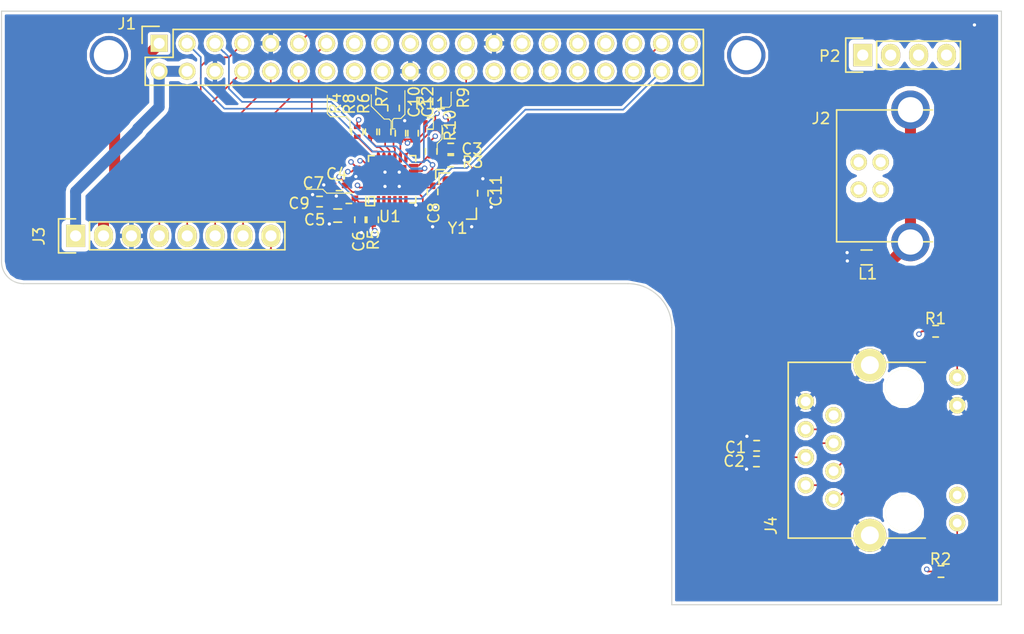
<source format=kicad_pcb>
(kicad_pcb (version 4) (host pcbnew 4.0.7)
  (layers (0 F.Cu signal) (1 In1.Cu signal) (2 In2.Cu mixed) (31 B.Cu mixed) (34 B.Paste user) (35 F.Paste user) (36 B.SilkS user) (37 F.SilkS user) (38 B.Mask user) (39 F.Mask user) (44 Edge.Cuts user))
  (net 0 "")
  (net 1 "Net-(C1-Pad1)")
  (net 2 GND)
  (net 3 "Net-(C3-Pad1)")
  (net 4 /P3V3_FLAG)
  (net 5 "Net-(C5-Pad1)")
  (net 6 "Net-(C7-Pad1)")
  (net 7 /P3V3)
  (net 8 /LED1)
  (net 9 /P5V)
  (net 10 /RMII_MDC)
  (net 11 /RMII_MDIO)
  (net 12 /UART_RXD)
  (net 13 /UART_TXD)
  (net 14 /RMII_RXD1)
  (net 15 /RMII_RXCLK)
  (net 16 /RMII_RXD0)
  (net 17 /RMII_TXD1)
  (net 18 /RMII_TXD0)
  (net 19 /RMII_TXEN)
  (net 20 /RMII_CRS_DV)
  (net 21 "Net-(R4-Pad2)")
  (net 22 /RMII_RXCLK_r)
  (net 23 /RMII_CRS_DV_r)
  (net 24 /RMII_RXD0_r)
  (net 25 /RMII_RXD1_r)
  (net 26 "Net-(J2-Pad5)")
  (net 27 "Net-(J2-Pad3)")
  (net 28 "Net-(J2-Pad4)")
  (net 29 "Net-(J2-Pad1)")
  (net 30 "Net-(J2-Pad2)")
  (net 31 /RMII_RXER)
  (net 32 /RMII_RXER_r)
  (net 33 /RX_N)
  (net 34 /RX_P)
  (net 35 /TX_P)
  (net 36 /TX_N)
  (net 37 "Net-(C8-Pad1)")
  (net 38 "Net-(C11-Pad1)")
  (net 39 /RESET_MAIN)
  (net 40 /SWD_CLK_MAIN)
  (net 41 /SWD_DIO_MAIN)
  (net 42 "Net-(J4-Pad9)")
  (net 43 "Net-(J4-Pad12)")
  (net 44 "Net-(C2-Pad1)")
  (module Resistors_SMD:R_0402 (layer F.Cu) (at 147.828 95.631 90)
    (fp_text reference R6 (at 2.57556 -1.95072 90) (layer F.SilkS))
    (fp_text value 33)
    (pad 1 smd rect (at -0.45 0 90) (size 0.4 0.6) (layers F.Cu F.Paste F.Mask) (net 22 /RMII_RXCLK_r))
    (pad 2 smd rect (at 0.45 0 90) (size 0.4 0.6) (layers F.Cu F.Paste F.Mask) (net 15 /RMII_RXCLK))
  )
  (module Capacitors_SMD:C_0402 (layer F.Cu) (at 181.6374 124.2022 180)
    (fp_text reference C1 (at 1.91516 -0.14732 180) (layer F.SilkS))
    (fp_text value 0.1uF)
    (pad 1 smd rect (at -0.55 0 180) (size 0.6 0.5) (layers F.Cu F.Paste F.Mask) (net 1 "Net-(C1-Pad1)"))
    (pad 2 smd rect (at 0.55 0 180) (size 0.6 0.5) (layers F.Cu F.Paste F.Mask) (net 2 GND))
  )
  (module Capacitors_SMD:C_0402 (layer F.Cu) (at 181.6174 125.6292 180)
    (fp_text reference C2 (at 2.03708 0.03048 180) (layer F.SilkS))
    (fp_text value 0.1uF)
    (pad 1 smd rect (at -0.55 0 180) (size 0.6 0.5) (layers F.Cu F.Paste F.Mask) (net 44 "Net-(C2-Pad1)"))
    (pad 2 smd rect (at 0.55 0 180) (size 0.6 0.5) (layers F.Cu F.Paste F.Mask) (net 2 GND))
  )
  (module Capacitors_SMD:C_0402 (layer F.Cu) (at 153.797 97.155)
    (fp_text reference C3 (at 1.94056 0.0381) (layer F.SilkS))
    (fp_text value 100pF)
    (pad 1 smd rect (at -0.55 0) (size 0.6 0.5) (layers F.Cu F.Paste F.Mask) (net 3 "Net-(C3-Pad1)"))
    (pad 2 smd rect (at 0.55 0) (size 0.6 0.5) (layers F.Cu F.Paste F.Mask) (net 2 GND))
  )
  (module Capacitors_SMD:C_0402 (layer F.Cu) (at 143.637 100.5078 180)
    (fp_text reference C4 (at 0.21336 1.05156 180) (layer F.SilkS))
    (fp_text value 1000pF)
    (pad 1 smd rect (at -0.55 0 180) (size 0.6 0.5) (layers F.Cu F.Paste F.Mask) (net 4 /P3V3_FLAG))
    (pad 2 smd rect (at 0.55 0 180) (size 0.6 0.5) (layers F.Cu F.Paste F.Mask) (net 2 GND))
  )
  (module Capacitors_SMD:C_0603 (layer F.Cu) (at 143.51 103.251 180)
    (fp_text reference C5 (at 2.09804 -0.381 180) (layer F.SilkS))
    (fp_text value 10uF)
    (pad 1 smd rect (at -0.75 0 180) (size 0.8 0.75) (layers F.Cu F.Paste F.Mask) (net 5 "Net-(C5-Pad1)"))
    (pad 2 smd rect (at 0.75 0 180) (size 0.8 0.75) (layers F.Cu F.Paste F.Mask) (net 2 GND))
  )
  (module Capacitors_SMD:C_0402 (layer F.Cu) (at 145.542 103.632 270)
    (fp_text reference C6 (at 1.95072 0.12192 270) (layer F.SilkS))
    (fp_text value 0.1uF)
    (pad 1 smd rect (at -0.55 0 270) (size 0.6 0.5) (layers F.Cu F.Paste F.Mask) (net 5 "Net-(C5-Pad1)"))
    (pad 2 smd rect (at 0.55 0 270) (size 0.6 0.5) (layers F.Cu F.Paste F.Mask) (net 2 GND))
  )
  (module Capacitors_SMD:C_0402 (layer F.Cu) (at 144.526 101.6762 180)
    (fp_text reference C7 (at 3.23596 1.397 180) (layer F.SilkS))
    (fp_text value 2.2uF)
    (pad 1 smd rect (at -0.55 0 180) (size 0.6 0.5) (layers F.Cu F.Paste F.Mask) (net 6 "Net-(C7-Pad1)"))
    (pad 2 smd rect (at 0.55 0 180) (size 0.6 0.5) (layers F.Cu F.Paste F.Mask) (net 2 GND))
  )
  (module Capacitors_SMD:C_0402 (layer F.Cu) (at 152.146 101.092 270)
    (fp_text reference C8 (at 1.92278 -0.10922 270) (layer F.SilkS))
    (fp_text value 24pF)
    (pad 1 smd rect (at -0.55 0 270) (size 0.6 0.5) (layers F.Cu F.Paste F.Mask) (net 37 "Net-(C8-Pad1)"))
    (pad 2 smd rect (at 0.55 0 270) (size 0.6 0.5) (layers F.Cu F.Paste F.Mask) (net 2 GND))
  )
  (module Capacitors_SMD:C_0402 (layer F.Cu) (at 141.859 101.981 180)
    (fp_text reference C9 (at 1.86436 -0.15748 180) (layer F.SilkS))
    (fp_text value 0.1uF)
    (pad 1 smd rect (at -0.55 0 180) (size 0.6 0.5) (layers F.Cu F.Paste F.Mask) (net 6 "Net-(C7-Pad1)"))
    (pad 2 smd rect (at 0.55 0 180) (size 0.6 0.5) (layers F.Cu F.Paste F.Mask) (net 2 GND))
  )
  (module Capacitors_SMD:C_0402 (layer F.Cu) (at 149.225 95.758 90)
    (fp_text reference C10 (at 2.85496 1.23952 90) (layer F.SilkS))
    (fp_text value 0.1uF)
    (pad 1 smd rect (at -0.55 0 90) (size 0.6 0.5) (layers F.Cu F.Paste F.Mask) (net 7 /P3V3))
    (pad 2 smd rect (at 0.55 0 90) (size 0.6 0.5) (layers F.Cu F.Paste F.Mask) (net 2 GND))
  )
  (module Capacitors_SMD:C_0402 (layer F.Cu) (at 156.718 101.219 90)
    (fp_text reference C11 (at 0.22352 1.19888 90) (layer F.SilkS))
    (fp_text value 24pF)
    (pad 1 smd rect (at -0.55 0 90) (size 0.6 0.5) (layers F.Cu F.Paste F.Mask) (net 38 "Net-(C11-Pad1)"))
    (pad 2 smd rect (at 0.55 0 90) (size 0.6 0.5) (layers F.Cu F.Paste F.Mask) (net 2 GND))
  )
  (module Capacitors_SMD:C_0402 (layer F.Cu) (at 150.368 95.758 90)
    (fp_text reference C12 (at 2.85496 1.33096 90) (layer F.SilkS))
    (fp_text value 1uF)
    (pad 1 smd rect (at -0.55 0 90) (size 0.6 0.5) (layers F.Cu F.Paste F.Mask) (net 7 /P3V3))
    (pad 2 smd rect (at 0.55 0 90) (size 0.6 0.5) (layers F.Cu F.Paste F.Mask) (net 2 GND))
  )
  (module Resistors_SMD:R_0603 (layer F.Cu) (at 191.643 107.061 180)
    (fp_text reference L1 (at -0.09652 -1.48844 180) (layer F.SilkS))
    (fp_text value FB330)
    (pad 1 smd rect (at -0.75 0 180) (size 0.5 0.9) (layers F.Cu F.Paste F.Mask) (net 26 "Net-(J2-Pad5)"))
    (pad 2 smd rect (at 0.75 0 180) (size 0.5 0.9) (layers F.Cu F.Paste F.Mask) (net 2 GND))
  )
  (module Pin_Headers:Pin_Header_Straight_1x04 (layer F.Cu) (at 191.29502 88.646 90)
    (fp_text reference P2 (at -0.09144 -3.00736 180) (layer F.SilkS))
    (fp_text value PH1X4VR)
    (pad 1 thru_hole rect (at 0 0 90) (size 2.032 1.7272) (drill 1.016) (layers *.Cu *.Mask F.SilkS) (net 29 "Net-(J2-Pad1)"))
    (pad 2 thru_hole oval (at 0 2.54 90) (size 2.032 1.7272) (drill 1.016) (layers *.Cu *.Mask F.SilkS) (net 30 "Net-(J2-Pad2)"))
    (pad 3 thru_hole oval (at 0 5.08 90) (size 2.032 1.7272) (drill 1.016) (layers *.Cu *.Mask F.SilkS) (net 27 "Net-(J2-Pad3)"))
    (pad 4 thru_hole oval (at 0 7.62 90) (size 2.032 1.7272) (drill 1.016) (layers *.Cu *.Mask F.SilkS) (net 28 "Net-(J2-Pad4)"))
  )
  (module Resistors_SMD:R_0402 (layer F.Cu) (at 197.929 113.78 180)
    (fp_text reference R1 (at 0.01524 1.15824 180) (layer F.SilkS))
    (fp_text value 100)
    (pad 1 smd rect (at -0.45 0 180) (size 0.4 0.6) (layers F.Cu F.Paste F.Mask) (net 43 "Net-(J4-Pad12)"))
    (pad 2 smd rect (at 0.45 0 180) (size 0.4 0.6) (layers F.Cu F.Paste F.Mask) (net 7 /P3V3))
  )
  (module Resistors_SMD:R_0402 (layer F.Cu) (at 198.4134 135.6442 180)
    (fp_text reference R2 (at 0.04572 1.13284 180) (layer F.SilkS))
    (fp_text value 100)
    (pad 1 smd rect (at -0.45 0 180) (size 0.4 0.6) (layers F.Cu F.Paste F.Mask) (net 42 "Net-(J4-Pad9)"))
    (pad 2 smd rect (at 0.45 0 180) (size 0.4 0.6) (layers F.Cu F.Paste F.Mask) (net 7 /P3V3))
  )
  (module Resistors_SMD:R_0402 (layer F.Cu) (at 153.797 98.298)
    (fp_text reference R3 (at 1.99644 0.09144) (layer F.SilkS))
    (fp_text value 6.49K)
    (pad 1 smd rect (at -0.45 0) (size 0.4 0.6) (layers F.Cu F.Paste F.Mask) (net 3 "Net-(C3-Pad1)"))
    (pad 2 smd rect (at 0.45 0) (size 0.4 0.6) (layers F.Cu F.Paste F.Mask) (net 2 GND))
  )
  (module Resistors_SMD:R_0402 (layer F.Cu) (at 145.288 95.631 270)
    (fp_text reference R4 (at -2.57556 1.98628 270) (layer F.SilkS))
    (fp_text value 1K)
    (pad 1 smd rect (at -0.45 0 270) (size 0.4 0.6) (layers F.Cu F.Paste F.Mask) (net 7 /P3V3))
    (pad 2 smd rect (at 0.45 0 270) (size 0.4 0.6) (layers F.Cu F.Paste F.Mask) (net 21 "Net-(R4-Pad2)"))
  )
  (module Resistors_SMD:R_0402 (layer F.Cu) (at 146.685 103.632 270)
    (fp_text reference R5 (at 1.81356 -0.06096 270) (layer F.SilkS))
    (fp_text value 0)
    (pad 1 smd rect (at -0.45 0 270) (size 0.4 0.6) (layers F.Cu F.Paste F.Mask) (net 5 "Net-(C5-Pad1)"))
    (pad 2 smd rect (at 0.45 0 270) (size 0.4 0.6) (layers F.Cu F.Paste F.Mask) (net 7 /P3V3))
  )
  (module Resistors_SMD:R_0402 (layer F.Cu) (at 148.59 93.472 90)
    (fp_text reference R7 (at 1.04902 -1.06172 270) (layer F.SilkS))
    (fp_text value 33)
    (pad 1 smd rect (at -0.45 0 90) (size 0.4 0.6) (layers F.Cu F.Paste F.Mask) (net 23 /RMII_CRS_DV_r))
    (pad 2 smd rect (at 0.45 0 90) (size 0.4 0.6) (layers F.Cu F.Paste F.Mask) (net 20 /RMII_CRS_DV))
  )
  (module Resistors_SMD:R_0402 (layer F.Cu) (at 146.558 95.631 90)
    (fp_text reference R8 (at 2.54508 -1.99136 90) (layer F.SilkS))
    (fp_text value 33)
    (pad 1 smd rect (at -0.45 0 90) (size 0.4 0.6) (layers F.Cu F.Paste F.Mask) (net 32 /RMII_RXER_r))
    (pad 2 smd rect (at 0.45 0 90) (size 0.4 0.6) (layers F.Cu F.Paste F.Mask) (net 31 /RMII_RXER))
  )
  (module Resistors_SMD:R_0402 (layer F.Cu) (at 153.57 95.54 90)
    (fp_text reference R9 (at 3.01244 1.3716 90) (layer F.SilkS))
    (fp_text value 33)
    (pad 1 smd rect (at -0.45 0 90) (size 0.4 0.6) (layers F.Cu F.Paste F.Mask) (net 24 /RMII_RXD0_r))
    (pad 2 smd rect (at 0.45 0 90) (size 0.4 0.6) (layers F.Cu F.Paste F.Mask) (net 16 /RMII_RXD0))
  )
  (module proj_footprints:XTAL3_2X2_5 (layer F.Cu) (at 154.432 101.473 270)
    (fp_text reference Y1 (at 2.921 0 360) (layer F.SilkS))
    (fp_text value 25MHz_XTAL)
    (pad 3 smd rect (at 1.1 -0.8 270) (size 1.4 1.15) (layers F.Cu F.Paste F.Mask) (net 38 "Net-(C11-Pad1)"))
    (pad 2 smd rect (at 1.1 0.8 270) (size 1.4 1.15) (layers F.Cu F.Paste F.Mask) (net 2 GND))
    (pad 1 smd rect (at -1.1 0.8 270) (size 1.4 1.15) (layers F.Cu F.Paste F.Mask) (net 37 "Net-(C8-Pad1)"))
    (pad 4 smd rect (at -1.1 -0.8 270) (size 1.4 1.15) (layers F.Cu F.Paste F.Mask) (net 2 GND))
  )
  (module Resistors_SMD:R_0402 (layer F.Cu) (at 152.019 97.409 90)
    (fp_text reference R10 (at 2.37236 1.72212 270) (layer F.SilkS))
    (fp_text value 33)
    (pad 1 smd rect (at -0.45 0 90) (size 0.4 0.6) (layers F.Cu F.Paste F.Mask) (net 25 /RMII_RXD1_r))
    (pad 2 smd rect (at 0.45 0 90) (size 0.4 0.6) (layers F.Cu F.Paste F.Mask) (net 14 /RMII_RXD1))
  )
  (module proj_footprints:QFN-24-1EP_4x4mm_Pitch0.5mm (layer F.Cu) (at 148.463 99.949 90)
    (fp_text reference U1 (at -3.3782 -0.20828 180) (layer F.SilkS))
    (fp_text value KSZ8081RNA)
    (pad 1 smd rect (at -1.95 -1.25 90) (size 0.85 0.3) (layers F.Cu F.Paste F.Mask) (net 6 "Net-(C7-Pad1)"))
    (pad 2 smd rect (at -1.95 -0.75 90) (size 0.85 0.3) (layers F.Cu F.Paste F.Mask) (net 5 "Net-(C5-Pad1)"))
    (pad 3 smd rect (at -1.95 -0.25 90) (size 0.85 0.3) (layers F.Cu F.Paste F.Mask) (net 33 /RX_N))
    (pad 4 smd rect (at -1.95 0.25 90) (size 0.85 0.3) (layers F.Cu F.Paste F.Mask) (net 34 /RX_P))
    (pad 5 smd rect (at -1.95 0.75 90) (size 0.85 0.3) (layers F.Cu F.Paste F.Mask) (net 36 /TX_N))
    (pad 6 smd rect (at -1.95 1.25 90) (size 0.85 0.3) (layers F.Cu F.Paste F.Mask) (net 35 /TX_P))
    (pad 7 smd rect (at -1.25 1.95 180) (size 0.85 0.3) (layers F.Cu F.Paste F.Mask) (net 38 "Net-(C11-Pad1)"))
    (pad 8 smd rect (at -0.75 1.95 180) (size 0.85 0.3) (layers F.Cu F.Paste F.Mask) (net 37 "Net-(C8-Pad1)"))
    (pad 9 smd rect (at -0.25 1.95 180) (size 0.85 0.3) (layers F.Cu F.Paste F.Mask) (net 3 "Net-(C3-Pad1)"))
    (pad 10 smd rect (at 0.25 1.95 180) (size 0.85 0.3) (layers F.Cu F.Paste F.Mask) (net 11 /RMII_MDIO))
    (pad 11 smd rect (at 0.75 1.95 180) (size 0.85 0.3) (layers F.Cu F.Paste F.Mask) (net 10 /RMII_MDC))
    (pad 12 smd rect (at 1.25 1.95 180) (size 0.85 0.3) (layers F.Cu F.Paste F.Mask) (net 25 /RMII_RXD1_r))
    (pad 13 smd rect (at 1.95 1.25 90) (size 0.85 0.3) (layers F.Cu F.Paste F.Mask) (net 24 /RMII_RXD0_r))
    (pad 14 smd rect (at 1.95 0.75 90) (size 0.85 0.3) (layers F.Cu F.Paste F.Mask) (net 7 /P3V3))
    (pad 15 smd rect (at 1.95 0.25 90) (size 0.85 0.3) (layers F.Cu F.Paste F.Mask) (net 23 /RMII_CRS_DV_r))
    (pad 16 smd rect (at 1.95 -0.25 90) (size 0.85 0.3) (layers F.Cu F.Paste F.Mask) (net 22 /RMII_RXCLK_r))
    (pad 17 smd rect (at 1.95 -0.75 90) (size 0.85 0.3) (layers F.Cu F.Paste F.Mask) (net 32 /RMII_RXER_r))
    (pad 18 smd rect (at 1.95 -1.25 90) (size 0.85 0.3) (layers F.Cu F.Paste F.Mask) (net 21 "Net-(R4-Pad2)"))
    (pad 19 smd rect (at 1.25 -1.95 180) (size 0.85 0.3) (layers F.Cu F.Paste F.Mask) (net 19 /RMII_TXEN))
    (pad 20 smd rect (at 0.75 -1.95 180) (size 0.85 0.3) (layers F.Cu F.Paste F.Mask) (net 18 /RMII_TXD0))
    (pad 21 smd rect (at 0.25 -1.95 180) (size 0.85 0.3) (layers F.Cu F.Paste F.Mask) (net 17 /RMII_TXD1))
    (pad 22 smd rect (at -0.25 -1.95 180) (size 0.85 0.3) (layers F.Cu F.Paste F.Mask) (net 2 GND))
    (pad 23 smd rect (at -0.75 -1.95 180) (size 0.85 0.3) (layers F.Cu F.Paste F.Mask) (net 8 /LED1))
    (pad 24 smd rect (at -1.25 -1.95 180) (size 0.85 0.3) (layers F.Cu F.Paste F.Mask) (net 4 /P3V3_FLAG))
    (pad 25 smd rect (at 0.65 0.65 90) (size 1.3 1.3) (layers F.Cu F.Paste F.Mask) (net 2 GND))
    (pad 25 smd rect (at 0.65 -0.65 90) (size 1.3 1.3) (layers F.Cu F.Paste F.Mask) (net 2 GND))
    (pad 25 smd rect (at -0.65 0.65 90) (size 1.3 1.3) (layers F.Cu F.Paste F.Mask) (net 2 GND))
    (pad 25 smd rect (at -0.65 -0.65 90) (size 1.3 1.3) (layers F.Cu F.Paste F.Mask) (net 2 GND))
  )
  (module proj_footprints:Molex_67068-003_Full_Size_USB (layer F.Cu) (at 195.63588 99.63912 270)
    (fp_text reference J2 (at -5.22732 8.14578 360) (layer F.SilkS))
    (fp_text value USB_B)
    (pad 5 thru_hole circle (at -6.02 0 270) (size 3.5 3.5) (drill 2.3) (layers *.Cu *.Mask) (net 26 "Net-(J2-Pad5)"))
    (pad 3 thru_hole circle (at 1.25 2.71 270) (size 1.5 1.5) (drill 0.92) (layers *.Cu *.Mask F.SilkS) (net 27 "Net-(J2-Pad3)"))
    (pad 5 thru_hole circle (at 6.02 0 270) (size 3.5 3.5) (drill 2.3) (layers *.Cu *.Mask) (net 26 "Net-(J2-Pad5)"))
    (pad 4 thru_hole circle (at -1.25 2.71 270) (size 1.5 1.5) (drill 0.92) (layers *.Cu *.Mask F.SilkS) (net 28 "Net-(J2-Pad4)"))
    (pad 1 thru_hole circle (at -1.25 4.71 270) (size 1.5 1.5) (drill 0.92) (layers *.Cu *.Mask F.SilkS) (net 29 "Net-(J2-Pad1)"))
    (pad 2 thru_hole circle (at 1.25 4.71 270) (size 1.5 1.5) (drill 0.92) (layers *.Cu *.Mask F.SilkS) (net 30 "Net-(J2-Pad2)"))
  )
  (module proj_footprints:OX40_W_PI_HOLE (layer F.Cu) (at 127.26 87.58)
    (fp_text reference J1 (at -2.94 -1.78) (layer F.SilkS))
    (fp_text value SH2X20VR)
    (pad 40 thru_hole oval (at 48.26 2.54) (size 1.55 1.55) (drill 1) (layers *.Cu *.Mask F.SilkS))
    (pad 39 thru_hole oval (at 48.26 0) (size 1.55 1.55) (drill 1) (layers *.Cu *.Mask F.SilkS))
    (pad "" np_thru_hole circle (at 53.43 1.07) (size 3.5 3.5) (drill 2.75) (layers *.Cu *.Mask))
    (pad 1 thru_hole rect (at 0 0) (size 1.55 1.55) (drill 1) (layers *.Cu *.Mask F.SilkS) (net 7 /P3V3))
    (pad 2 thru_hole oval (at 0 2.54) (size 1.55 1.55) (drill 1) (layers *.Cu *.Mask F.SilkS) (net 9 /P5V))
    (pad 3 thru_hole oval (at 2.54 0) (size 1.55 1.55) (drill 1) (layers *.Cu *.Mask F.SilkS) (net 10 /RMII_MDC))
    (pad 4 thru_hole oval (at 2.54 2.54) (size 1.55 1.55) (drill 1) (layers *.Cu *.Mask F.SilkS) (net 9 /P5V))
    (pad 5 thru_hole oval (at 5.08 0) (size 1.55 1.55) (drill 1) (layers *.Cu *.Mask F.SilkS) (net 11 /RMII_MDIO))
    (pad 6 thru_hole oval (at 5.08 2.54) (size 1.55 1.55) (drill 1) (layers *.Cu *.Mask F.SilkS) (net 2 GND))
    (pad 7 thru_hole oval (at 7.62 0) (size 1.55 1.55) (drill 1) (layers *.Cu *.Mask F.SilkS) (net 39 /RESET_MAIN))
    (pad 8 thru_hole oval (at 7.62 2.54) (size 1.55 1.55) (drill 1) (layers *.Cu *.Mask F.SilkS) (net 12 /UART_RXD))
    (pad 9 thru_hole oval (at 10.16 0) (size 1.55 1.55) (drill 1) (layers *.Cu *.Mask F.SilkS) (net 2 GND))
    (pad 10 thru_hole oval (at 10.16 2.54) (size 1.55 1.55) (drill 1) (layers *.Cu *.Mask F.SilkS) (net 13 /UART_TXD))
    (pad 11 thru_hole oval (at 12.7 0) (size 1.55 1.55) (drill 1) (layers *.Cu *.Mask F.SilkS) (net 31 /RMII_RXER))
    (pad 12 thru_hole oval (at 12.7 2.54) (size 1.55 1.55) (drill 1) (layers *.Cu *.Mask F.SilkS) (net 40 /SWD_CLK_MAIN))
    (pad 13 thru_hole oval (at 15.24 0) (size 1.55 1.55) (drill 1) (layers *.Cu *.Mask F.SilkS) (net 41 /SWD_DIO_MAIN))
    (pad 14 thru_hole oval (at 15.24 2.54) (size 1.55 1.55) (drill 1) (layers *.Cu *.Mask F.SilkS))
    (pad 15 thru_hole oval (at 17.78 0) (size 1.55 1.55) (drill 1) (layers *.Cu *.Mask F.SilkS))
    (pad 16 thru_hole oval (at 17.78 2.54) (size 1.55 1.55) (drill 1) (layers *.Cu *.Mask F.SilkS))
    (pad 17 thru_hole oval (at 20.32 0) (size 1.55 1.55) (drill 1) (layers *.Cu *.Mask F.SilkS) (net 7 /P3V3))
    (pad 18 thru_hole oval (at 20.32 2.54) (size 1.55 1.55) (drill 1) (layers *.Cu *.Mask F.SilkS))
    (pad 19 thru_hole oval (at 22.86 0) (size 1.55 1.55) (drill 1) (layers *.Cu *.Mask F.SilkS) (net 17 /RMII_TXD1))
    (pad 20 thru_hole oval (at 22.86 2.54) (size 1.55 1.55) (drill 1) (layers *.Cu *.Mask F.SilkS) (net 2 GND))
    (pad 21 thru_hole oval (at 25.4 0) (size 1.55 1.55) (drill 1) (layers *.Cu *.Mask F.SilkS) (net 18 /RMII_TXD0))
    (pad 22 thru_hole oval (at 25.4 2.54) (size 1.55 1.55) (drill 1) (layers *.Cu *.Mask F.SilkS))
    (pad 23 thru_hole oval (at 27.94 0) (size 1.55 1.55) (drill 1) (layers *.Cu *.Mask F.SilkS) (net 19 /RMII_TXEN))
    (pad 24 thru_hole oval (at 27.94 2.54) (size 1.55 1.55) (drill 1) (layers *.Cu *.Mask F.SilkS) (net 20 /RMII_CRS_DV))
    (pad 25 thru_hole oval (at 30.48 0) (size 1.55 1.55) (drill 1) (layers *.Cu *.Mask F.SilkS) (net 2 GND))
    (pad 26 thru_hole oval (at 30.48 2.54) (size 1.55 1.55) (drill 1) (layers *.Cu *.Mask F.SilkS))
    (pad "" np_thru_hole circle (at -4.57 1.07) (size 3.5 3.5) (drill 2.75) (layers *.Cu *.Mask))
    (pad 27 thru_hole oval (at 33.02 0) (size 1.55 1.55) (drill 1) (layers *.Cu *.Mask F.SilkS))
    (pad 29 thru_hole oval (at 35.56 0) (size 1.55 1.55) (drill 1) (layers *.Cu *.Mask F.SilkS))
    (pad 31 thru_hole oval (at 38.1 0) (size 1.55 1.55) (drill 1) (layers *.Cu *.Mask F.SilkS))
    (pad 33 thru_hole oval (at 40.64 0) (size 1.55 1.55) (drill 1) (layers *.Cu *.Mask F.SilkS))
    (pad 35 thru_hole oval (at 43.18 0) (size 1.55 1.55) (drill 1) (layers *.Cu *.Mask F.SilkS) (net 14 /RMII_RXD1))
    (pad 37 thru_hole oval (at 45.72 0) (size 1.55 1.55) (drill 1) (layers *.Cu *.Mask F.SilkS) (net 15 /RMII_RXCLK))
    (pad 28 thru_hole oval (at 33.02 2.54) (size 1.55 1.55) (drill 1) (layers *.Cu *.Mask F.SilkS))
    (pad 30 thru_hole oval (at 35.56 2.54) (size 1.55 1.55) (drill 1) (layers *.Cu *.Mask F.SilkS))
    (pad 32 thru_hole oval (at 38.1 2.54) (size 1.55 1.55) (drill 1) (layers *.Cu *.Mask F.SilkS))
    (pad 34 thru_hole oval (at 40.64 2.54) (size 1.55 1.55) (drill 1) (layers *.Cu *.Mask F.SilkS))
    (pad 36 thru_hole oval (at 43.18 2.54) (size 1.55 1.55) (drill 1) (layers *.Cu *.Mask F.SilkS) (net 16 /RMII_RXD0))
    (pad 38 thru_hole oval (at 45.72 2.54) (size 1.55 1.55) (drill 1) (layers *.Cu *.Mask F.SilkS) (net 4 /P3V3_FLAG))
  )
  (module Pin_Headers:Pin_Header_Straight_1x08 (layer F.Cu) (at 119.65686 105.09742 90)
    (fp_text reference J3 (at -0.03258 -3.33686 90) (layer F.SilkS))
    (fp_text value PH1X8VR)
    (pad 1 thru_hole rect (at 0 0 90) (size 2.032 1.7272) (drill 1.016) (layers *.Cu *.Mask F.SilkS) (net 9 /P5V))
    (pad 2 thru_hole oval (at 0 2.54 90) (size 2.032 1.7272) (drill 1.016) (layers *.Cu *.Mask F.SilkS) (net 7 /P3V3))
    (pad 3 thru_hole oval (at 0 5.08 90) (size 2.032 1.7272) (drill 1.016) (layers *.Cu *.Mask F.SilkS) (net 2 GND))
    (pad 4 thru_hole oval (at 0 7.62 90) (size 2.032 1.7272) (drill 1.016) (layers *.Cu *.Mask F.SilkS) (net 12 /UART_RXD))
    (pad 5 thru_hole oval (at 0 10.16 90) (size 2.032 1.7272) (drill 1.016) (layers *.Cu *.Mask F.SilkS) (net 13 /UART_TXD))
    (pad 6 thru_hole oval (at 0 12.7 90) (size 2.032 1.7272) (drill 1.016) (layers *.Cu *.Mask F.SilkS) (net 40 /SWD_CLK_MAIN))
    (pad 7 thru_hole oval (at 0 15.24 90) (size 2.032 1.7272) (drill 1.016) (layers *.Cu *.Mask F.SilkS) (net 41 /SWD_DIO_MAIN))
    (pad 8 thru_hole oval (at 0 17.78 90) (size 2.032 1.7272) (drill 1.016) (layers *.Cu *.Mask F.SilkS) (net 39 /RESET_MAIN))
  )
  (module proj_footprints:HR911105A (layer F.Cu) (at 194.99 124.605 270)
    (fp_text reference J4 (at 6.865 12.04 270) (layer F.SilkS))
    (fp_text value HR911105)
    (pad "" np_thru_hole circle (at -5.715 0 270) (size 3.25 3.25) (drill 3.25) (layers *.Cu *.Mask F.SilkS))
    (pad 13 thru_hole circle (at -7.745 3.05 270) (size 3 3) (drill 1.63) (layers *.Cu *.Mask F.SilkS) (net 2 GND))
    (pad 2 thru_hole circle (at 3.18 8.89 270) (size 1.5 1.5) (drill 0.89) (layers *.Cu *.Mask F.SilkS) (net 36 /TX_N))
    (pad 9 thru_hole circle (at 6.625 -4.9 270) (size 1.5 1.5) (drill 0.8) (layers *.Cu *.Mask F.SilkS) (net 42 "Net-(J4-Pad9)"))
    (pad 10 thru_hole circle (at 4.085 -4.9 270) (size 1.5 1.5) (drill 0.8) (layers *.Cu *.Mask F.SilkS) (net 8 /LED1))
    (pad 12 thru_hole circle (at -6.625 -4.9 270) (size 1.5 1.5) (drill 0.8) (layers *.Cu *.Mask F.SilkS) (net 43 "Net-(J4-Pad12)"))
    (pad 11 thru_hole circle (at -4.085 -4.9 270) (size 1.5 1.5) (drill 0.8) (layers *.Cu *.Mask F.SilkS) (net 2 GND))
    (pad "" np_thru_hole circle (at 5.715 0 270) (size 3.25 3.25) (drill 3.25) (layers *.Cu *.Mask F.SilkS))
    (pad 13 thru_hole circle (at 7.745 3.05 270) (size 3 3) (drill 1.63) (layers *.Cu *.Mask F.SilkS) (net 2 GND))
    (pad 4 thru_hole circle (at 0.64 8.89 270) (size 1.5 1.5) (drill 0.89) (layers *.Cu *.Mask F.SilkS) (net 44 "Net-(C2-Pad1)"))
    (pad 6 thru_hole circle (at -1.9 8.89 270) (size 1.5 1.5) (drill 0.89) (layers *.Cu *.Mask F.SilkS) (net 33 /RX_N))
    (pad 8 thru_hole circle (at -4.44 8.89 270) (size 1.5 1.5) (drill 0.89) (layers *.Cu *.Mask F.SilkS) (net 2 GND))
    (pad 1 thru_hole circle (at 4.44 6.35 270) (size 1.5 1.5) (drill 0.89) (layers *.Cu *.Mask F.SilkS) (net 35 /TX_P))
    (pad 3 thru_hole circle (at 1.9 6.35 270) (size 1.5 1.5) (drill 0.89) (layers *.Cu *.Mask F.SilkS) (net 34 /RX_P))
    (pad 5 thru_hole circle (at -0.64 6.35 270) (size 1.5 1.5) (drill 0.89) (layers *.Cu *.Mask F.SilkS) (net 1 "Net-(C1-Pad1)"))
    (pad 7 thru_hole circle (at -3.18 6.35 270) (size 1.5 1.5) (drill 0.89) (layers *.Cu *.Mask F.SilkS))
  )
  (module Resistors_SMD:R_0402 (layer F.Cu) (at 151.94 94.86)
    (fp_text reference R11 (at 0 -1.8) (layer F.SilkS))
    (fp_text value 1K)
    (pad 1 smd rect (at -0.45 0) (size 0.4 0.6) (layers F.Cu F.Paste F.Mask) (net 7 /P3V3))
    (pad 2 smd rect (at 0.45 0) (size 0.4 0.6) (layers F.Cu F.Paste F.Mask) (net 11 /RMII_MDIO))
  )
  (gr_line (start 146.56562 92.26296) (end 146.56816 92.26296) (angle 90) (layer F.SilkS) (width 0.1))
  (gr_line (start 146.56562 93.29166) (end 146.56562 92.26296) (angle 90) (layer F.SilkS) (width 0.1))
  (gr_line (start 147.74418 94.47022) (end 146.56562 93.29166) (angle 90) (layer F.SilkS) (width 0.1))
  (gr_line (start 148.19122 94.47022) (end 147.74418 94.47022) (angle 90) (layer F.SilkS) (width 0.1))
  (gr_line (start 148.3741 94.6531) (end 148.19122 94.47022) (angle 90) (layer F.SilkS) (width 0.1))
  (gr_line (start 148.3741 95.4405) (end 148.3741 94.6531) (angle 90) (layer F.SilkS) (width 0.1))
  (gr_line (start 144.74952 95.6818) (end 144.78508 95.6818) (angle 90) (layer F.SilkS) (width 0.1))
  (gr_line (start 144.63522 95.5675) (end 144.74952 95.6818) (angle 90) (layer F.SilkS) (width 0.1))
  (gr_line (start 144.63522 94.59468) (end 144.63522 95.5675) (angle 90) (layer F.SilkS) (width 0.1))
  (gr_line (start 144.29232 94.25178) (end 144.63522 94.59468) (angle 90) (layer F.SilkS) (width 0.1))
  (gr_line (start 142.85214 94.25178) (end 144.29232 94.25178) (angle 90) (layer F.SilkS) (width 0.1))
  (gr_line (start 142.56766 93.9673) (end 142.85214 94.25178) (angle 90) (layer F.SilkS) (width 0.1))
  (gr_line (start 142.56766 92.29852) (end 142.56766 93.9673) (angle 90) (layer F.SilkS) (width 0.1))
  (gr_line (start 148.49856 95.35668) (end 148.71192 95.35668) (angle 90) (layer F.SilkS) (width 0.1))
  (gr_line (start 148.49856 94.54896) (end 148.49856 95.35668) (angle 90) (layer F.SilkS) (width 0.1))
  (gr_line (start 148.63572 94.4118) (end 148.49856 94.54896) (angle 90) (layer F.SilkS) (width 0.1))
  (gr_line (start 149.26056 94.4118) (end 148.63572 94.4118) (angle 90) (layer F.SilkS) (width 0.1))
  (gr_line (start 149.62632 94.04604) (end 149.26056 94.4118) (angle 90) (layer F.SilkS) (width 0.1))
  (gr_line (start 149.62632 91.88196) (end 149.62632 94.04604) (angle 90) (layer F.SilkS) (width 0.1))
  (gr_line (start 153.83256 92.03436) (end 153.87828 92.03436) (angle 90) (layer F.SilkS) (width 0.1))
  (gr_line (start 153.83256 93.22308) (end 153.83256 92.03436) (angle 90) (layer F.SilkS) (width 0.1))
  (gr_line (start 153.66492 93.39072) (end 153.83256 93.22308) (angle 90) (layer F.SilkS) (width 0.1))
  (gr_line (start 153.0096 93.39072) (end 153.66492 93.39072) (angle 90) (layer F.SilkS) (width 0.1))
  (gr_line (start 152.21712 94.1832) (end 153.0096 93.39072) (angle 90) (layer F.SilkS) (width 0.1))
  (gr_line (start 152.21712 95.29572) (end 152.21712 94.1832) (angle 90) (layer F.SilkS) (width 0.1))
  (gr_line (start 153.00198 95.05188) (end 153.00198 95.0976) (angle 90) (layer F.SilkS) (width 0.1))
  (gr_line (start 153.00198 96.27616) (end 153.00198 95.05188) (angle 90) (layer F.SilkS) (width 0.1))
  (gr_line (start 152.56764 96.7105) (end 153.00198 96.27616) (angle 90) (layer F.SilkS) (width 0.1))
  (gr_line (start 152.56764 97.4979) (end 152.56764 96.7105) (angle 90) (layer F.SilkS) (width 0.1))
  (gr_line (start 140.68044 100.85832) (end 140.68044 100.82784) (angle 90) (layer F.SilkS) (width 0.1))
  (gr_line (start 142.15872 100.85832) (end 140.68044 100.85832) (angle 90) (layer F.SilkS) (width 0.1))
  (gr_line (start 142.50924 101.20884) (end 142.15872 100.85832) (angle 90) (layer F.SilkS) (width 0.1))
  (gr_line (start 144.44472 101.20884) (end 142.50924 101.20884) (angle 90) (layer F.SilkS) (width 0.1))
  (gr_line (start 173.913964 138.665411) (end 203.913964 138.665411) (layer Edge.Cuts) (width 0.1))
  (gr_line (start 114.913964 109.445411) (end 169.913964 109.445411) (layer Edge.Cuts) (width 0.1))
  (gr_arc (start 114.913964 107.445411) (end 114.913964 109.445411) (angle 89.9) (layer Edge.Cuts) (width 0.1))
  (gr_line (start 112.913964 107.445411) (end 112.913964 84.645411) (layer Edge.Cuts) (width 0.1))
  (gr_line (start 203.913964 84.645411) (end 112.913964 84.645411) (layer Edge.Cuts) (width 0.1))
  (gr_line (start 203.913964 84.645411) (end 203.913964 138.665411) (layer Edge.Cuts) (width 0.1))
  (gr_line (start 173.913964 113.445411) (end 173.913964 138.665411) (layer Edge.Cuts) (width 0.1))
  (gr_arc (start 169.913964 113.445411) (end 169.913964 109.445411) (angle 90) (layer Edge.Cuts) (width 0.1))
  (segment (start 188.64 123.965) (end 182.4246 123.965) (width 0.15) (layer F.Cu) (net 1))
  (segment (start 182.4246 123.965) (end 182.1874 124.2022) (width 0.15) (layer F.Cu) (net 1))
  (segment (start 189.8492 106.62) (end 189.87 106.62) (width 0.25) (layer F.Cu) (net 2))
  (segment (start 189.8396 106.6296) (end 189.8492 106.62) (width 0.25) (layer F.Cu) (net 2))
  (segment (start 190.119999 106.869999) (end 189.87 106.62) (width 0.25) (layer F.Cu) (net 2))
  (segment (start 190.271 107.021) (end 190.119999 106.869999) (width 0.25) (layer F.Cu) (net 2))
  (segment (start 190.271 107.061) (end 190.271 107.021) (width 0.25) (layer F.Cu) (net 2))
  (via (at 189.87 106.62) (size 0.5) (drill 0.3) (layers F.Cu B.Cu) (net 2))
  (segment (start 190.209 107.061) (end 190.139999 107.130001) (width 0.25) (layer F.Cu) (net 2))
  (segment (start 190.271 107.061) (end 190.209 107.061) (width 0.25) (layer F.Cu) (net 2))
  (segment (start 190.139999 107.130001) (end 189.89 107.38) (width 0.25) (layer F.Cu) (net 2))
  (via (at 189.89 107.38) (size 0.5) (drill 0.3) (layers F.Cu B.Cu) (net 2))
  (segment (start 190.893 107.061) (end 190.271 107.061) (width 0.25) (layer F.Cu) (net 2))
  (segment (start 146.513 100.199) (end 146.438001 100.124001) (width 0.15) (layer F.Cu) (net 2))
  (segment (start 145.812999 100.04901) (end 145.791026 100.04901) (width 0.15) (layer F.Cu) (net 2))
  (segment (start 146.438001 100.124001) (end 145.867999 100.124001) (width 0.15) (layer F.Cu) (net 2))
  (segment (start 145.867999 100.124001) (end 145.812999 100.069001) (width 0.15) (layer F.Cu) (net 2))
  (segment (start 145.812999 100.069001) (end 145.812999 100.04901) (width 0.15) (layer F.Cu) (net 2))
  (segment (start 145.791026 100.04901) (end 145.662016 99.92) (width 0.15) (layer F.Cu) (net 2))
  (segment (start 145.662016 99.92) (end 145.38 99.92) (width 0.15) (layer F.Cu) (net 2))
  (segment (start 145.38 99.92) (end 145.16 99.7) (width 0.15) (layer F.Cu) (net 2))
  (via (at 145.16 99.7) (size 0.5) (drill 0.3) (layers F.Cu B.Cu) (net 2))
  (segment (start 154.942 98.298) (end 155.03 98.21) (width 0.15) (layer F.Cu) (net 2))
  (segment (start 155.03 98.2102) (end 155.03 98.21) (width 0.15) (layer F.Cu) (net 2))
  (segment (start 156.718 99.8982) (end 155.03 98.2102) (width 0.15) (layer F.Cu) (net 2))
  (via (at 155.03 98.21) (size 0.5) (drill 0.3) (layers F.Cu B.Cu) (net 2))
  (segment (start 154.247 98.298) (end 154.942 98.298) (width 0.15) (layer F.Cu) (net 2))
  (segment (start 154.347 97.155) (end 154.347 94.457) (width 0.15) (layer F.Cu) (net 2))
  (segment (start 154.347 94.457) (end 153.144999 93.254999) (width 0.15) (layer F.Cu) (net 2))
  (segment (start 153.144999 93.254999) (end 151.871001 93.254999) (width 0.15) (layer F.Cu) (net 2))
  (segment (start 151.871001 93.254999) (end 150.368 94.758) (width 0.15) (layer F.Cu) (net 2))
  (segment (start 150.368 94.758) (end 150.368 95.208) (width 0.15) (layer F.Cu) (net 2))
  (segment (start 150.62 102.582842) (end 150.62 102.3) (width 0.15) (layer F.Cu) (net 2))
  (segment (start 150.62 102.741) (end 150.62 102.582842) (width 0.15) (layer F.Cu) (net 2))
  (segment (start 152.146 104.267) (end 150.62 102.741) (width 0.15) (layer F.Cu) (net 2))
  (via (at 150.62 102.3) (size 0.5) (drill 0.3) (layers F.Cu B.Cu) (net 2))
  (segment (start 158.333985 85.89) (end 201.45 85.89) (width 0.15) (layer F.Cu) (net 2))
  (segment (start 201.45 85.89) (end 201.46 85.9) (width 0.15) (layer F.Cu) (net 2))
  (via (at 201.46 85.9) (size 0.5) (drill 0.3) (layers F.Cu B.Cu) (net 2))
  (segment (start 157.74 87.58) (end 157.74 86.483985) (width 0.15) (layer F.Cu) (net 2))
  (segment (start 157.74 86.483985) (end 158.333985 85.89) (width 0.15) (layer F.Cu) (net 2))
  (segment (start 180.8666 126.33) (end 180.72 126.33) (width 0.25) (layer F.Cu) (net 2))
  (segment (start 181.0674 126.1292) (end 180.8666 126.33) (width 0.25) (layer F.Cu) (net 2))
  (segment (start 181.0674 125.6292) (end 181.0674 126.1292) (width 0.25) (layer F.Cu) (net 2))
  (via (at 180.72 126.33) (size 0.5) (drill 0.3) (layers F.Cu B.Cu) (net 2))
  (segment (start 180.949999 123.539999) (end 180.75 123.34) (width 0.25) (layer F.Cu) (net 2))
  (segment (start 181.0874 123.6774) (end 180.949999 123.539999) (width 0.25) (layer F.Cu) (net 2))
  (segment (start 181.0874 124.2022) (end 181.0874 123.6774) (width 0.25) (layer F.Cu) (net 2))
  (via (at 180.75 123.34) (size 0.5) (drill 0.3) (layers F.Cu B.Cu) (net 2))
  (segment (start 150.368 95.208) (end 150.199 95.208) (width 0.15) (layer F.Cu) (net 2))
  (segment (start 150.199 95.208) (end 149.606 94.615) (width 0.15) (layer F.Cu) (net 2))
  (via (at 149.606 94.615) (size 0.5) (drill 0.3) (layers F.Cu B.Cu) (net 2))
  (segment (start 149.225 94.996) (end 149.606 94.615) (width 0.15) (layer F.Cu) (net 2))
  (segment (start 154.347 97.155) (end 154.347 98.198) (width 0.15) (layer F.Cu) (net 2))
  (segment (start 154.347 98.198) (end 154.247 98.298) (width 0.15) (layer F.Cu) (net 2))
  (via (at 157.48 102.489) (size 0.5) (drill 0.3) (layers F.Cu B.Cu) (net 2))
  (via (at 155.702 104.267) (size 0.5) (drill 0.3) (layers F.Cu B.Cu) (net 2))
  (via (at 152.146 104.267) (size 0.5) (drill 0.3) (layers F.Cu B.Cu) (net 2))
  (segment (start 156.718 100.669) (end 156.93 100.669) (width 0.15) (layer F.Cu) (net 2))
  (segment (start 156.93 100.669) (end 157.48 101.219) (width 0.15) (layer F.Cu) (net 2))
  (segment (start 155.702 104.267) (end 152.146 104.267) (width 0.15) (layer F.Cu) (net 2))
  (segment (start 157.48 102.489) (end 155.702 104.267) (width 0.15) (layer F.Cu) (net 2))
  (segment (start 157.48 101.219) (end 157.48 102.489) (width 0.15) (layer F.Cu) (net 2))
  (segment (start 156.718 100.669) (end 156.25944 100.669) (width 0.25) (layer F.Cu) (net 2))
  (segment (start 155.999 100.373) (end 155.232 100.373) (width 0.25) (layer F.Cu) (net 2))
  (segment (start 156.13888 100.51288) (end 155.999 100.373) (width 0.25) (layer F.Cu) (net 2))
  (segment (start 156.13888 100.54844) (end 156.13888 100.51288) (width 0.25) (layer F.Cu) (net 2))
  (segment (start 156.25944 100.669) (end 156.13888 100.54844) (width 0.25) (layer F.Cu) (net 2))
  (via (at 147.813 99.299) (size 0.5) (drill 0.3) (layers F.Cu B.Cu) (net 2))
  (segment (start 147.813 99.299) (end 147.828 99.314) (width 0.15) (layer B.Cu) (net 2))
  (via (at 147.813 100.599) (size 0.5) (drill 0.3) (layers F.Cu B.Cu) (net 2))
  (segment (start 147.813 100.599) (end 147.828 100.584) (width 0.15) (layer B.Cu) (net 2))
  (via (at 149.113 100.599) (size 0.5) (drill 0.3) (layers F.Cu B.Cu) (net 2))
  (segment (start 149.113 100.599) (end 149.098 100.584) (width 0.15) (layer B.Cu) (net 2))
  (via (at 149.113 99.299) (size 0.5) (drill 0.3) (layers F.Cu B.Cu) (net 2))
  (segment (start 149.113 99.299) (end 149.098 99.314) (width 0.15) (layer B.Cu) (net 2))
  (segment (start 149.225 95.208) (end 149.225 94.996) (width 0.15) (layer F.Cu) (net 2))
  (segment (start 156.718 100.669) (end 156.718 99.8982) (width 0.15) (layer F.Cu) (net 2))
  (via (at 156.718 99.8982) (size 0.5) (drill 0.3) (layers F.Cu B.Cu) (net 2))
  (segment (start 152.5905 102.2985) (end 152.4 102.489) (width 0.15) (layer F.Cu) (net 2))
  (via (at 152.4 102.489) (size 0.5) (drill 0.3) (layers F.Cu B.Cu) (net 2))
  (segment (start 153.632 102.573) (end 152.865 102.573) (width 0.15) (layer F.Cu) (net 2))
  (segment (start 152.865 102.573) (end 152.5905 102.2985) (width 0.15) (layer F.Cu) (net 2))
  (segment (start 152.5905 102.2985) (end 152.146 101.854) (width 0.15) (layer F.Cu) (net 2))
  (segment (start 152.146 101.854) (end 152.146 101.642) (width 0.15) (layer F.Cu) (net 2))
  (segment (start 143.087 100.5078) (end 142.2908 100.5078) (width 0.15) (layer F.Cu) (net 2))
  (segment (start 142.2908 100.5078) (end 142.24 100.457) (width 0.15) (layer F.Cu) (net 2))
  (via (at 142.24 100.457) (size 0.5) (drill 0.3) (layers F.Cu B.Cu) (net 2))
  (segment (start 141.309 101.981) (end 141.309 101.431) (width 0.15) (layer F.Cu) (net 2))
  (segment (start 141.309 101.431) (end 141.224 101.346) (width 0.15) (layer F.Cu) (net 2))
  (via (at 141.224 101.346) (size 0.5) (drill 0.3) (layers F.Cu B.Cu) (net 2))
  (segment (start 142.76 103.251) (end 142.76 104.001) (width 0.15) (layer F.Cu) (net 2))
  (segment (start 142.76 104.001) (end 142.748 104.013) (width 0.15) (layer F.Cu) (net 2))
  (via (at 142.748 104.013) (size 0.5) (drill 0.3) (layers F.Cu B.Cu) (net 2))
  (segment (start 143.976 101.6762) (end 143.5862 101.6762) (width 0.15) (layer F.Cu) (net 2))
  (segment (start 143.5862 101.6762) (end 143.383 101.473) (width 0.15) (layer F.Cu) (net 2))
  (via (at 143.383 101.473) (size 0.5) (drill 0.3) (layers F.Cu B.Cu) (net 2))
  (segment (start 145.542 104.182) (end 145.542 104.6734) (width 0.15) (layer F.Cu) (net 2))
  (segment (start 145.542 104.6734) (end 145.669 104.8004) (width 0.15) (layer F.Cu) (net 2))
  (via (at 145.669 104.8004) (size 0.5) (drill 0.3) (layers F.Cu B.Cu) (net 2))
  (segment (start 150.413 100.199) (end 151.4896 100.199) (width 0.15) (layer F.Cu) (net 3))
  (segment (start 151.4896 100.199) (end 151.9682 99.7204) (width 0.15) (layer F.Cu) (net 3))
  (segment (start 151.9682 99.7204) (end 151.9682 99.6768) (width 0.15) (layer F.Cu) (net 3))
  (segment (start 151.9682 99.6768) (end 153.347 98.298) (width 0.15) (layer F.Cu) (net 3))
  (segment (start 153.247 97.155) (end 153.247 98.198) (width 0.15) (layer F.Cu) (net 3))
  (segment (start 153.247 98.198) (end 153.347 98.298) (width 0.15) (layer F.Cu) (net 3))
  (segment (start 146.513 101.199) (end 145.711 101.199) (width 0.15) (layer F.Cu) (net 4))
  (segment (start 145.711 101.199) (end 145.69 101.22) (width 0.15) (layer F.Cu) (net 4))
  (segment (start 145.69 101.22) (end 145.585002 101.115002) (width 0.15) (layer F.Cu) (net 4))
  (segment (start 145.585002 101.115002) (end 144.844202 101.115002) (width 0.15) (layer F.Cu) (net 4))
  (segment (start 144.844202 101.115002) (end 144.237 100.5078) (width 0.15) (layer F.Cu) (net 4))
  (segment (start 144.237 100.5078) (end 144.187 100.5078) (width 0.15) (layer F.Cu) (net 4))
  (segment (start 143.637 99.7204) (end 143.637 100.217) (width 0.15) (layer B.Cu) (net 4))
  (segment (start 151.11 101.72) (end 153.91 98.92) (width 0.15) (layer B.Cu) (net 4))
  (segment (start 143.637 100.217) (end 145.14 101.72) (width 0.15) (layer B.Cu) (net 4))
  (segment (start 145.14 101.72) (end 151.11 101.72) (width 0.15) (layer B.Cu) (net 4))
  (segment (start 169.49 93.61) (end 172.205001 90.894999) (width 0.15) (layer B.Cu) (net 4))
  (segment (start 153.91 98.92) (end 155.28 98.92) (width 0.15) (layer B.Cu) (net 4))
  (segment (start 155.28 98.92) (end 160.59 93.61) (width 0.15) (layer B.Cu) (net 4))
  (segment (start 160.59 93.61) (end 169.49 93.61) (width 0.15) (layer B.Cu) (net 4))
  (segment (start 172.205001 90.894999) (end 172.98 90.12) (width 0.15) (layer B.Cu) (net 4))
  (segment (start 144.187 100.5078) (end 144.187 100.2704) (width 0.15) (layer F.Cu) (net 4))
  (segment (start 144.187 100.2704) (end 143.637 99.7204) (width 0.15) (layer F.Cu) (net 4))
  (via (at 143.637 99.7204) (size 0.5) (drill 0.3) (layers F.Cu B.Cu) (net 4))
  (segment (start 145.542 103.082) (end 144.429 103.082) (width 0.15) (layer F.Cu) (net 5))
  (segment (start 144.429 103.082) (end 144.26 103.251) (width 0.15) (layer F.Cu) (net 5))
  (segment (start 146.685 103.182) (end 145.642 103.182) (width 0.15) (layer F.Cu) (net 5))
  (segment (start 145.642 103.182) (end 145.542 103.082) (width 0.15) (layer F.Cu) (net 5))
  (segment (start 147.713 101.899) (end 147.713 102.6548) (width 0.15) (layer F.Cu) (net 5))
  (segment (start 147.713 102.6548) (end 147.1858 103.182) (width 0.15) (layer F.Cu) (net 5))
  (segment (start 147.1858 103.182) (end 146.685 103.182) (width 0.15) (layer F.Cu) (net 5))
  (segment (start 145.076 101.6762) (end 145.076 102.066) (width 0.15) (layer F.Cu) (net 6))
  (segment (start 145.076 102.066) (end 144.653 102.489) (width 0.15) (layer F.Cu) (net 6))
  (segment (start 144.653 102.489) (end 143.637 102.489) (width 0.15) (layer F.Cu) (net 6))
  (segment (start 143.637 102.489) (end 143.129 101.981) (width 0.15) (layer F.Cu) (net 6))
  (segment (start 143.129 101.981) (end 142.409 101.981) (width 0.15) (layer F.Cu) (net 6))
  (segment (start 145.8976 102.0572) (end 145.457 102.0572) (width 0.15) (layer F.Cu) (net 6))
  (segment (start 145.457 102.0572) (end 145.076 101.6762) (width 0.15) (layer F.Cu) (net 6))
  (segment (start 147.213 101.899) (end 147.213 102.2912) (width 0.15) (layer F.Cu) (net 6))
  (segment (start 147.213 102.2912) (end 147.066 102.4382) (width 0.15) (layer F.Cu) (net 6))
  (segment (start 147.066 102.4382) (end 146.2786 102.4382) (width 0.15) (layer F.Cu) (net 6))
  (segment (start 146.2786 102.4382) (end 145.8976 102.0572) (width 0.15) (layer F.Cu) (net 6))
  (segment (start 196.67 113.78) (end 196.659999 113.790001) (width 0.15) (layer F.Cu) (net 7))
  (segment (start 196.659999 113.790001) (end 196.41 114.04) (width 0.15) (layer F.Cu) (net 7))
  (segment (start 196.913 113.78) (end 196.67 113.78) (width 0.15) (layer F.Cu) (net 7))
  (via (at 196.41 114.04) (size 0.5) (drill 0.3) (layers F.Cu B.Cu) (net 7))
  (segment (start 150.368 96.308) (end 150.768 96.308) (width 0.15) (layer F.Cu) (net 7))
  (segment (start 150.768 96.308) (end 151.49 95.586) (width 0.15) (layer F.Cu) (net 7))
  (segment (start 151.49 95.586) (end 151.49 95.31) (width 0.15) (layer F.Cu) (net 7))
  (segment (start 151.49 95.31) (end 151.49 94.86) (width 0.15) (layer F.Cu) (net 7))
  (segment (start 122.19686 105.09742) (end 122.19686 103.08142) (width 1) (layer F.Cu) (net 7))
  (segment (start 122.19686 103.08142) (end 123.21 102.06828) (width 1) (layer F.Cu) (net 7))
  (segment (start 123.21 102.06828) (end 123.21 92.57) (width 1) (layer F.Cu) (net 7))
  (segment (start 125.51 89.39) (end 127.26 87.64) (width 1) (layer F.Cu) (net 7))
  (segment (start 127.26 87.64) (end 127.26 87.58) (width 1) (layer F.Cu) (net 7))
  (segment (start 125.51 90.24) (end 125.51 89.39) (width 1) (layer F.Cu) (net 7))
  (segment (start 124.82 90.93) (end 125.51 90.24) (width 1) (layer F.Cu) (net 7))
  (segment (start 124.82 90.96) (end 124.82 90.93) (width 1) (layer F.Cu) (net 7))
  (segment (start 123.21 92.57) (end 124.82 90.96) (width 1) (layer F.Cu) (net 7))
  (segment (start 197.9634 135.6442) (end 197.1942 135.6442) (width 0.15) (layer F.Cu) (net 7))
  (via (at 197.118 135.441) (size 0.5) (drill 0.3) (layers F.Cu B.Cu) (net 7))
  (segment (start 197.118 135.568) (end 197.118 135.441) (width 0.15) (layer F.Cu) (net 7))
  (segment (start 197.1942 135.6442) (end 197.118 135.568) (width 0.15) (layer F.Cu) (net 7))
  (segment (start 197.479 113.78) (end 196.913 113.78) (width 0.15) (layer F.Cu) (net 7))
  (via (at 146.8882 104.6226) (size 0.5) (drill 0.3) (layers F.Cu B.Cu) (net 7))
  (segment (start 146.685 104.4194) (end 146.8882 104.6226) (width 0.15) (layer F.Cu) (net 7))
  (segment (start 146.685 104.082) (end 146.685 104.4194) (width 0.15) (layer F.Cu) (net 7))
  (via (at 149.86 96.647) (size 0.5) (drill 0.3) (layers F.Cu B.Cu) (net 7))
  (segment (start 149.521 96.308) (end 149.86 96.647) (width 0.15) (layer F.Cu) (net 7))
  (segment (start 149.521 96.308) (end 149.225 96.308) (width 0.15) (layer F.Cu) (net 7))
  (segment (start 145.288 95.181) (end 145.288 94.6658) (width 0.15) (layer F.Cu) (net 7))
  (via (at 145.415 94.5388) (size 0.5) (drill 0.3) (layers F.Cu B.Cu) (net 7))
  (segment (start 145.288 94.6658) (end 145.415 94.5388) (width 0.15) (layer F.Cu) (net 7))
  (segment (start 145.415 94.5388) (end 145.415 94.5134) (width 0.15) (layer B.Cu) (net 7))
  (segment (start 149.225 96.308) (end 150.368 96.308) (width 0.15) (layer F.Cu) (net 7))
  (segment (start 149.213 97.999) (end 149.213 96.32) (width 0.15) (layer F.Cu) (net 7))
  (segment (start 149.213 96.32) (end 149.225 96.308) (width 0.15) (layer F.Cu) (net 7))
  (segment (start 145.509 100.699) (end 145.31 100.5) (width 0.15) (layer F.Cu) (net 8))
  (segment (start 146.513 100.699) (end 145.509 100.699) (width 0.15) (layer F.Cu) (net 8))
  (via (at 145.31 100.5) (size 0.5) (drill 0.3) (layers F.Cu B.Cu) (net 8))
  (segment (start 125.3109 95.4091) (end 119.65686 101.06314) (width 1) (layer B.Cu) (net 9))
  (segment (start 119.65686 101.06314) (end 119.65686 105.09742) (width 1) (layer B.Cu) (net 9))
  (segment (start 125.3109 95.3191) (end 125.3109 95.4091) (width 1) (layer B.Cu) (net 9))
  (segment (start 129.8 90.12) (end 127.26 90.12) (width 1) (layer B.Cu) (net 9))
  (segment (start 125.3109 95.3191) (end 127.26 93.37) (width 1) (layer B.Cu) (net 9))
  (segment (start 127.26 93.37) (end 127.26 90.12) (width 1) (layer B.Cu) (net 9))
  (segment (start 151.220001 99.149999) (end 151.42 98.95) (width 0.15) (layer F.Cu) (net 10))
  (segment (start 151.171 99.199) (end 151.220001 99.149999) (width 0.15) (layer F.Cu) (net 10))
  (segment (start 150.413 99.199) (end 151.171 99.199) (width 0.15) (layer F.Cu) (net 10))
  (via (at 151.42 98.95) (size 0.5) (drill 0.3) (layers F.Cu B.Cu) (net 10))
  (segment (start 151.137158 98.95) (end 151.42 98.95) (width 0.15) (layer B.Cu) (net 10))
  (segment (start 150.3002 98.95) (end 151.137158 98.95) (width 0.15) (layer B.Cu) (net 10))
  (segment (start 150.241 99.0092) (end 150.3002 98.95) (width 0.15) (layer B.Cu) (net 10))
  (segment (start 150.241 99.0092) (end 148.6662 97.4344) (width 0.15) (layer B.Cu) (net 10))
  (segment (start 148.6662 97.4344) (end 146.7104 97.4344) (width 0.15) (layer B.Cu) (net 10))
  (segment (start 146.7104 97.4344) (end 142.7988 93.5228) (width 0.15) (layer B.Cu) (net 10))
  (segment (start 142.7988 93.5228) (end 133.2028 93.5228) (width 0.15) (layer B.Cu) (net 10))
  (segment (start 133.2028 93.5228) (end 131.050001 91.370001) (width 0.15) (layer B.Cu) (net 10))
  (segment (start 131.050001 91.370001) (end 131.050001 88.830001) (width 0.15) (layer B.Cu) (net 10))
  (segment (start 131.050001 88.830001) (end 129.8 87.58) (width 0.15) (layer B.Cu) (net 10))
  (segment (start 151.13508 99.0092) (end 150.241 99.0092) (width 0.15) (layer B.Cu) (net 10))
  (segment (start 150.9014 99.0092) (end 150.241 99.0092) (width 0.15) (layer B.Cu) (net 10))
  (segment (start 152.39 94.11) (end 152.55 93.95) (width 0.15) (layer F.Cu) (net 11))
  (segment (start 152.350001 94.149999) (end 152.55 93.95) (width 0.15) (layer B.Cu) (net 11))
  (segment (start 151.35 98.38944) (end 151.35 95.15) (width 0.15) (layer B.Cu) (net 11))
  (segment (start 152.39 94.86) (end 152.39 94.11) (width 0.15) (layer F.Cu) (net 11))
  (segment (start 151.35 95.15) (end 152.350001 94.149999) (width 0.15) (layer B.Cu) (net 11))
  (via (at 152.55 93.95) (size 0.5) (drill 0.3) (layers F.Cu B.Cu) (net 11))
  (segment (start 150.988 99.699) (end 150.413 99.699) (width 0.15) (layer F.Cu) (net 11))
  (segment (start 152.13838 98.991913) (end 151.431293 99.699) (width 0.15) (layer F.Cu) (net 11))
  (segment (start 151.431293 99.699) (end 150.988 99.699) (width 0.15) (layer F.Cu) (net 11))
  (segment (start 152.13838 98.63836) (end 152.13838 98.991913) (width 0.15) (layer F.Cu) (net 11))
  (segment (start 152.13838 98.63836) (end 152.13076 98.63836) (width 0.15) (layer B.Cu) (net 11))
  (segment (start 152.13076 98.63836) (end 151.7024 98.21) (width 0.15) (layer B.Cu) (net 11))
  (segment (start 151.7024 98.21) (end 151.52944 98.21) (width 0.15) (layer B.Cu) (net 11))
  (segment (start 151.52944 98.21) (end 151.35 98.38944) (width 0.15) (layer B.Cu) (net 11))
  (segment (start 151.35 98.38944) (end 150.28164 98.38944) (width 0.15) (layer B.Cu) (net 11))
  (segment (start 133.61 88.82) (end 133.61 91.71016) (width 0.15) (layer B.Cu) (net 11))
  (segment (start 133.61 91.71016) (end 134.80288 92.90304) (width 0.15) (layer B.Cu) (net 11))
  (segment (start 133.144999 88.354999) (end 133.61 88.82) (width 0.15) (layer B.Cu) (net 11))
  (segment (start 132.34 87.58) (end 133.114999 88.354999) (width 0.15) (layer B.Cu) (net 11))
  (segment (start 133.114999 88.354999) (end 133.144999 88.354999) (width 0.15) (layer B.Cu) (net 11))
  (segment (start 146.95678 96.94926) (end 148.84146 96.94926) (width 0.15) (layer B.Cu) (net 11))
  (segment (start 142.91056 92.90304) (end 146.95678 96.94926) (width 0.15) (layer B.Cu) (net 11))
  (segment (start 134.80288 92.90304) (end 142.91056 92.90304) (width 0.15) (layer B.Cu) (net 11))
  (segment (start 150.413 99.699) (end 151.38762 99.699) (width 0.15) (layer F.Cu) (net 11))
  (segment (start 152.13838 98.63836) (end 152.1333 98.63328) (width 0.15) (layer B.Cu) (net 11))
  (via (at 152.13838 98.63836) (size 0.5) (drill 0.3) (layers F.Cu B.Cu) (net 11))
  (segment (start 148.84146 96.94926) (end 150.28164 98.38944) (width 0.15) (layer B.Cu) (net 11))
  (segment (start 151.3038 99.699) (end 150.413 99.699) (width 0.15) (layer F.Cu) (net 11))
  (segment (start 134.88 90.12) (end 127.27686 97.72314) (width 0.15) (layer F.Cu) (net 12))
  (segment (start 127.27686 97.72314) (end 127.27686 105.09742) (width 0.15) (layer F.Cu) (net 12))
  (segment (start 137.42 90.12) (end 137.42 91.216015) (width 0.15) (layer F.Cu) (net 13))
  (segment (start 137.42 91.216015) (end 129.81686 98.819155) (width 0.15) (layer F.Cu) (net 13))
  (segment (start 129.81686 98.819155) (end 129.81686 105.09742) (width 0.15) (layer F.Cu) (net 13))
  (segment (start 152.019 96.401002) (end 152.190001 96.230001) (width 0.15) (layer F.Cu) (net 14))
  (segment (start 152.019 96.959) (end 152.019 96.401002) (width 0.15) (layer F.Cu) (net 14))
  (segment (start 152.190001 96.230001) (end 152.39 96.030002) (width 0.15) (layer F.Cu) (net 14))
  (via (at 152.39 96.030002) (size 0.5) (drill 0.3) (layers F.Cu B.Cu) (net 14))
  (segment (start 172.98 87.58) (end 172.205001 88.354999) (width 0.15) (layer F.Cu) (net 15))
  (segment (start 172.205001 88.354999) (end 172.195001 88.354999) (width 0.15) (layer F.Cu) (net 15))
  (segment (start 172.195001 88.354999) (end 171.66 88.89) (width 0.15) (layer F.Cu) (net 15))
  (segment (start 149.53 88.89) (end 148.85 89.57) (width 0.15) (layer F.Cu) (net 15))
  (segment (start 171.66 88.89) (end 149.53 88.89) (width 0.15) (layer F.Cu) (net 15))
  (segment (start 148.85 89.57) (end 148.85 91.45) (width 0.15) (layer F.Cu) (net 15))
  (segment (start 148.85 91.45) (end 147.828 92.472) (width 0.15) (layer F.Cu) (net 15))
  (segment (start 147.828 92.472) (end 147.828 94.488) (width 0.15) (layer F.Cu) (net 15))
  (segment (start 147.828 94.488) (end 147.828 95.181) (width 0.15) (layer F.Cu) (net 15))
  (segment (start 153.519999 94.459999) (end 153.32 94.26) (width 0.15) (layer F.Cu) (net 16))
  (segment (start 153.57 94.51) (end 153.519999 94.459999) (width 0.15) (layer F.Cu) (net 16))
  (segment (start 153.57 95.09) (end 153.57 94.51) (width 0.15) (layer F.Cu) (net 16))
  (via (at 153.32 94.26) (size 0.5) (drill 0.3) (layers F.Cu B.Cu) (net 16))
  (segment (start 146.513 99.699) (end 145.936004 99.699) (width 0.15) (layer F.Cu) (net 17))
  (segment (start 145.936004 99.699) (end 145.372002 99.134998) (width 0.15) (layer F.Cu) (net 17))
  (segment (start 145.372002 99.134998) (end 144.898555 99.134998) (width 0.15) (layer F.Cu) (net 17))
  (segment (start 144.783553 99.25) (end 144.43 99.25) (width 0.15) (layer F.Cu) (net 17))
  (segment (start 144.898555 99.134998) (end 144.783553 99.25) (width 0.15) (layer F.Cu) (net 17))
  (via (at 144.43 99.25) (size 0.5) (drill 0.3) (layers F.Cu B.Cu) (net 17))
  (segment (start 145.134987 98.784987) (end 144.969999 98.619999) (width 0.15) (layer F.Cu) (net 18))
  (segment (start 145.930994 99.199) (end 145.516981 98.784987) (width 0.15) (layer F.Cu) (net 18))
  (segment (start 144.969999 98.619999) (end 144.72 98.37) (width 0.15) (layer F.Cu) (net 18))
  (segment (start 145.516981 98.784987) (end 145.134987 98.784987) (width 0.15) (layer F.Cu) (net 18))
  (segment (start 146.513 99.199) (end 145.930994 99.199) (width 0.15) (layer F.Cu) (net 18))
  (via (at 144.72 98.37) (size 0.5) (drill 0.3) (layers F.Cu B.Cu) (net 18))
  (segment (start 145.799741 98.260741) (end 145.545301 98.260741) (width 0.15) (layer F.Cu) (net 19))
  (segment (start 146.238 98.699) (end 145.799741 98.260741) (width 0.15) (layer F.Cu) (net 19))
  (segment (start 146.513 98.699) (end 146.238 98.699) (width 0.15) (layer F.Cu) (net 19))
  (via (at 145.545301 98.260741) (size 0.5) (drill 0.3) (layers F.Cu B.Cu) (net 19))
  (segment (start 148.59 93.022) (end 148.659 93.022) (width 0.15) (layer F.Cu) (net 20))
  (segment (start 148.659 93.022) (end 148.844 92.837) (width 0.15) (layer F.Cu) (net 20))
  (segment (start 155.2 91.5) (end 155.2 90.12) (width 0.15) (layer F.Cu) (net 20))
  (segment (start 148.844 92.837) (end 153.863 92.837) (width 0.15) (layer F.Cu) (net 20))
  (segment (start 153.863 92.837) (end 155.2 91.5) (width 0.15) (layer F.Cu) (net 20))
  (segment (start 147.213 97.999) (end 147.213 97.556) (width 0.15) (layer F.Cu) (net 21))
  (segment (start 147.213 97.556) (end 147.066 97.409) (width 0.15) (layer F.Cu) (net 21))
  (segment (start 147.066 97.409) (end 146.616 97.409) (width 0.15) (layer F.Cu) (net 21))
  (segment (start 146.616 97.409) (end 145.288 96.081) (width 0.15) (layer F.Cu) (net 21))
  (segment (start 148.213 97.999) (end 148.213 97.286) (width 0.15) (layer F.Cu) (net 22))
  (segment (start 148.213 97.286) (end 147.828 96.901) (width 0.15) (layer F.Cu) (net 22))
  (segment (start 147.828 96.901) (end 147.828 96.081) (width 0.15) (layer F.Cu) (net 22))
  (segment (start 148.713 97.999) (end 148.713 97.151) (width 0.15) (layer F.Cu) (net 23))
  (segment (start 148.713 97.151) (end 148.59 97.028) (width 0.15) (layer F.Cu) (net 23))
  (segment (start 148.59 97.028) (end 148.59 93.922) (width 0.15) (layer F.Cu) (net 23))
  (segment (start 149.713 97.999) (end 149.713 97.724) (width 0.15) (layer F.Cu) (net 24))
  (segment (start 149.713 97.724) (end 150.553999 96.883001) (width 0.15) (layer F.Cu) (net 24))
  (segment (start 150.553999 96.883001) (end 150.838001 96.883001) (width 0.15) (layer F.Cu) (net 24))
  (segment (start 150.838001 96.883001) (end 150.893001 96.828001) (width 0.15) (layer F.Cu) (net 24))
  (segment (start 150.893001 96.828001) (end 150.893001 96.65801) (width 0.15) (layer F.Cu) (net 24))
  (segment (start 152.62 95.49) (end 153.12 95.99) (width 0.15) (layer F.Cu) (net 24))
  (segment (start 150.893001 96.65801) (end 150.912978 96.65801) (width 0.15) (layer F.Cu) (net 24))
  (segment (start 150.912978 96.65801) (end 152.080988 95.49) (width 0.15) (layer F.Cu) (net 24))
  (segment (start 153.12 95.99) (end 153.57 95.99) (width 0.15) (layer F.Cu) (net 24))
  (segment (start 152.080988 95.49) (end 152.62 95.49) (width 0.15) (layer F.Cu) (net 24))
  (segment (start 150.413 98.699) (end 150.8814 98.699) (width 0.15) (layer F.Cu) (net 25))
  (segment (start 150.8814 98.699) (end 151.7214 97.859) (width 0.15) (layer F.Cu) (net 25))
  (segment (start 151.7214 97.859) (end 152.019 97.859) (width 0.15) (layer F.Cu) (net 25))
  (segment (start 193.06794 106.54284) (end 193.06794 106.63174) (width 0.25) (layer F.Cu) (net 26))
  (segment (start 193.06794 106.63174) (end 193.4972 107.061) (width 0.25) (layer F.Cu) (net 26))
  (segment (start 193.06794 107.061) (end 193.06794 106.54284) (width 0.25) (layer F.Cu) (net 26))
  (segment (start 192.393 106.45578) (end 192.393 107.061) (width 0.25) (layer F.Cu) (net 26))
  (segment (start 192.52946 106.31932) (end 192.393 106.45578) (width 0.25) (layer F.Cu) (net 26))
  (segment (start 192.84442 106.31932) (end 192.52946 106.31932) (width 0.25) (layer F.Cu) (net 26))
  (segment (start 193.06794 106.54284) (end 192.84442 106.31932) (width 0.25) (layer F.Cu) (net 26))
  (segment (start 194.28724 107.061) (end 193.4972 107.061) (width 0.5) (layer F.Cu) (net 26))
  (segment (start 194.234 107.061) (end 195.63588 105.65912) (width 1) (layer F.Cu) (net 26))
  (segment (start 194.28724 107.061) (end 194.234 107.061) (width 0.25) (layer F.Cu) (net 26))
  (segment (start 193.4972 107.061) (end 193.06794 107.061) (width 0.5) (layer F.Cu) (net 26))
  (segment (start 193.06794 107.061) (end 193.0527 107.061) (width 0.5) (layer F.Cu) (net 26))
  (segment (start 193.0527 107.061) (end 192.393 107.061) (width 0.25) (layer F.Cu) (net 26))
  (segment (start 195.63588 105.65912) (end 195.63588 93.61912) (width 1) (layer F.Cu) (net 26))
  (segment (start 190.92588 89.01514) (end 191.29502 88.646) (width 1) (layer B.Cu) (net 29))
  (segment (start 139.96 87.58) (end 141.3 86.24) (width 0.15) (layer F.Cu) (net 31))
  (segment (start 143.7 91.376) (end 146.558 94.234) (width 0.15) (layer F.Cu) (net 31))
  (segment (start 141.3 86.24) (end 143.05 86.24) (width 0.15) (layer F.Cu) (net 31))
  (segment (start 143.05 86.24) (end 143.7 86.89) (width 0.15) (layer F.Cu) (net 31))
  (segment (start 143.7 86.89) (end 143.7 91.376) (width 0.15) (layer F.Cu) (net 31))
  (segment (start 146.558 94.234) (end 146.558 95.181) (width 0.15) (layer F.Cu) (net 31))
  (segment (start 146.558 96.081) (end 146.558 96.52) (width 0.15) (layer F.Cu) (net 32))
  (segment (start 146.558 96.52) (end 147.066 97.028) (width 0.15) (layer F.Cu) (net 32))
  (segment (start 147.066 97.028) (end 147.32 97.028) (width 0.15) (layer F.Cu) (net 32))
  (segment (start 147.32 97.028) (end 147.713 97.421) (width 0.15) (layer F.Cu) (net 32))
  (segment (start 147.713 97.421) (end 147.713 97.999) (width 0.15) (layer F.Cu) (net 32))
  (segment (start 148.213 101.899) (end 148.213 102.5365) (width 0.15) (layer F.Cu) (net 33))
  (segment (start 190.36 122.15) (end 189.805 122.705) (width 0.15) (layer F.Cu) (net 33))
  (segment (start 148.213 102.5365) (end 148.313 102.6365) (width 0.15) (layer F.Cu) (net 33))
  (segment (start 148.313 102.6365) (end 148.313 106.145132) (width 0.15) (layer F.Cu) (net 33))
  (segment (start 149.857868 107.69) (end 173.747868 107.69) (width 0.15) (layer F.Cu) (net 33))
  (segment (start 148.313 106.145132) (end 149.857868 107.69) (width 0.15) (layer F.Cu) (net 33))
  (segment (start 173.747868 107.69) (end 181.377868 115.32) (width 0.15) (layer F.Cu) (net 33))
  (segment (start 181.377868 115.32) (end 184.457868 115.32) (width 0.15) (layer F.Cu) (net 33))
  (segment (start 184.457868 115.32) (end 190.36 121.222132) (width 0.15) (layer F.Cu) (net 33))
  (segment (start 190.36 121.222132) (end 190.36 122.15) (width 0.15) (layer F.Cu) (net 33))
  (segment (start 189.805 122.705) (end 186.1 122.705) (width 0.15) (layer F.Cu) (net 33))
  (segment (start 148.213 101.899) (end 148.213001 101.899001) (width 0.2) (layer F.Cu) (net 33))
  (segment (start 148.713 101.899) (end 148.713 102.5365) (width 0.15) (layer F.Cu) (net 34))
  (segment (start 190.66 124.485) (end 188.64 126.505) (width 0.15) (layer F.Cu) (net 34))
  (segment (start 148.713 102.5365) (end 148.613 102.6365) (width 0.15) (layer F.Cu) (net 34))
  (segment (start 148.613 102.6365) (end 148.613 106.020868) (width 0.15) (layer F.Cu) (net 34))
  (segment (start 173.872132 107.39) (end 181.502132 115.02) (width 0.15) (layer F.Cu) (net 34))
  (segment (start 148.613 106.020868) (end 149.982132 107.39) (width 0.15) (layer F.Cu) (net 34))
  (segment (start 190.66 121.097868) (end 190.66 124.485) (width 0.15) (layer F.Cu) (net 34))
  (segment (start 149.982132 107.39) (end 173.872132 107.39) (width 0.15) (layer F.Cu) (net 34))
  (segment (start 181.502132 115.02) (end 184.582132 115.02) (width 0.15) (layer F.Cu) (net 34))
  (segment (start 184.582132 115.02) (end 190.66 121.097868) (width 0.15) (layer F.Cu) (net 34))
  (segment (start 148.713 101.899) (end 148.712999 101.899001) (width 0.2) (layer F.Cu) (net 34))
  (segment (start 191.530001 126.864264) (end 191.812844 127.147107) (width 0.15) (layer F.Cu) (net 35))
  (segment (start 191.44402 126.685721) (end 191.458968 126.751216) (width 0.15) (layer F.Cu) (net 35))
  (segment (start 191.444019 126.618543) (end 191.44402 126.685721) (width 0.15) (layer F.Cu) (net 35))
  (segment (start 191.812844 127.571371) (end 191.760322 127.613257) (width 0.15) (layer F.Cu) (net 35))
  (segment (start 191.812844 127.147107) (end 191.854729 127.19963) (width 0.15) (layer F.Cu) (net 35))
  (segment (start 149.713 101.899) (end 149.64 101.972) (width 0.15) (layer F.Cu) (net 35))
  (segment (start 191.898826 127.392829) (end 191.883876 127.458324) (width 0.15) (layer F.Cu) (net 35))
  (segment (start 191.458969 126.553048) (end 191.444019 126.618543) (width 0.15) (layer F.Cu) (net 35))
  (segment (start 149.64 101.972) (end 149.64 104.297854) (width 0.15) (layer F.Cu) (net 35))
  (segment (start 188.925 129.045) (end 188.64 129.045) (width 0.15) (layer F.Cu) (net 35))
  (segment (start 149.64 104.297854) (end 151.032135 105.689989) (width 0.15) (layer F.Cu) (net 35))
  (segment (start 151.032135 105.689989) (end 178.202136 105.689989) (width 0.15) (layer F.Cu) (net 35))
  (segment (start 178.202136 105.689989) (end 192.580011 120.067864) (width 0.15) (layer F.Cu) (net 35))
  (segment (start 192.580011 120.067864) (end 192.580011 125.389989) (width 0.15) (layer F.Cu) (net 35))
  (segment (start 191.854728 127.51885) (end 191.812844 127.571371) (width 0.15) (layer F.Cu) (net 35))
  (segment (start 192.580011 125.389989) (end 191.53 126.44) (width 0.15) (layer F.Cu) (net 35))
  (segment (start 191.53 126.44) (end 191.488115 126.492523) (width 0.15) (layer F.Cu) (net 35))
  (segment (start 191.634302 127.657353) (end 191.567122 127.657354) (width 0.15) (layer F.Cu) (net 35))
  (segment (start 191.488115 126.492523) (end 191.458969 126.553048) (width 0.15) (layer F.Cu) (net 35))
  (segment (start 191.458968 126.751216) (end 191.488116 126.811741) (width 0.15) (layer F.Cu) (net 35))
  (segment (start 191.488116 126.811741) (end 191.530001 126.864264) (width 0.15) (layer F.Cu) (net 35))
  (segment (start 191.854729 127.19963) (end 191.883877 127.260156) (width 0.15) (layer F.Cu) (net 35))
  (segment (start 191.883876 127.458324) (end 191.854728 127.51885) (width 0.15) (layer F.Cu) (net 35))
  (segment (start 191.883877 127.260156) (end 191.898825 127.325651) (width 0.15) (layer F.Cu) (net 35))
  (segment (start 191.898825 127.325651) (end 191.898826 127.392829) (width 0.15) (layer F.Cu) (net 35))
  (segment (start 191.760322 127.613257) (end 191.699795 127.642405) (width 0.15) (layer F.Cu) (net 35))
  (segment (start 191.699795 127.642405) (end 191.634302 127.657353) (width 0.15) (layer F.Cu) (net 35))
  (segment (start 190.733995 127.246645) (end 190.681473 127.288528) (width 0.15) (layer F.Cu) (net 35))
  (segment (start 191.567122 127.657354) (end 191.501629 127.642404) (width 0.15) (layer F.Cu) (net 35))
  (segment (start 191.441102 127.613258) (end 191.38858 127.571371) (width 0.15) (layer F.Cu) (net 35))
  (segment (start 191.501629 127.642404) (end 191.441102 127.613258) (width 0.15) (layer F.Cu) (net 35))
  (segment (start 191.105738 127.288529) (end 191.053215 127.246644) (width 0.15) (layer F.Cu) (net 35))
  (segment (start 191.38858 127.571371) (end 191.105738 127.288529) (width 0.15) (layer F.Cu) (net 35))
  (segment (start 191.053215 127.246644) (end 190.992689 127.217496) (width 0.15) (layer F.Cu) (net 35))
  (segment (start 190.992689 127.217496) (end 190.927194 127.202548) (width 0.15) (layer F.Cu) (net 35))
  (segment (start 190.927194 127.202548) (end 190.860016 127.202547) (width 0.15) (layer F.Cu) (net 35))
  (segment (start 190.860016 127.202547) (end 190.794521 127.217497) (width 0.15) (layer F.Cu) (net 35))
  (segment (start 190.794521 127.217497) (end 190.733995 127.246645) (width 0.15) (layer F.Cu) (net 35))
  (segment (start 190.681473 127.288528) (end 190.575408 127.394592) (width 0.15) (layer F.Cu) (net 35))
  (segment (start 190.575408 127.394592) (end 188.925 129.045) (width 0.15) (layer F.Cu) (net 35))
  (segment (start 149.712999 101.899001) (end 149.713 101.899) (width 0.2) (layer F.Cu) (net 35))
  (segment (start 149.213 101.899) (end 149.337999 102.023999) (width 0.15) (layer F.Cu) (net 36))
  (segment (start 149.337999 102.504001) (end 149.33999 102.505992) (width 0.15) (layer F.Cu) (net 36))
  (segment (start 192.28 120.192132) (end 192.28 125.265722) (width 0.15) (layer F.Cu) (net 36))
  (segment (start 149.337999 102.023999) (end 149.337999 102.504001) (width 0.15) (layer F.Cu) (net 36))
  (segment (start 149.33999 102.505992) (end 149.33999 104.422122) (width 0.15) (layer F.Cu) (net 36))
  (segment (start 149.33999 104.422122) (end 150.907867 105.99) (width 0.15) (layer F.Cu) (net 36))
  (segment (start 150.907867 105.99) (end 178.077868 105.99) (width 0.15) (layer F.Cu) (net 36))
  (segment (start 192.28 125.265722) (end 189.760722 127.785) (width 0.15) (layer F.Cu) (net 36))
  (segment (start 178.077868 105.99) (end 192.28 120.192132) (width 0.15) (layer F.Cu) (net 36))
  (segment (start 189.760722 127.785) (end 187.16066 127.785) (width 0.15) (layer F.Cu) (net 36))
  (segment (start 187.16066 127.785) (end 186.1 127.785) (width 0.15) (layer F.Cu) (net 36))
  (segment (start 149.213001 101.899001) (end 149.213 101.899) (width 0.2) (layer F.Cu) (net 36))
  (segment (start 150.413 100.699) (end 151.989 100.699) (width 0.15) (layer F.Cu) (net 37))
  (segment (start 151.989 100.699) (end 152.146 100.542) (width 0.15) (layer F.Cu) (net 37))
  (segment (start 153.632 100.373) (end 152.315 100.373) (width 0.15) (layer F.Cu) (net 37))
  (segment (start 152.315 100.373) (end 152.146 100.542) (width 0.15) (layer F.Cu) (net 37))
  (segment (start 150.413 101.199) (end 150.856 101.199) (width 0.15) (layer F.Cu) (net 38))
  (segment (start 150.856 101.199) (end 151.257 101.6) (width 0.15) (layer F.Cu) (net 38))
  (segment (start 151.257 101.6) (end 151.257 102.616) (width 0.15) (layer F.Cu) (net 38))
  (segment (start 151.257 102.616) (end 152.4 103.759) (width 0.15) (layer F.Cu) (net 38))
  (segment (start 152.4 103.759) (end 154.559 103.759) (width 0.15) (layer F.Cu) (net 38))
  (segment (start 154.559 103.759) (end 155.232 103.086) (width 0.15) (layer F.Cu) (net 38))
  (segment (start 155.232 103.086) (end 155.232 102.573) (width 0.15) (layer F.Cu) (net 38))
  (segment (start 156.718 101.769) (end 156.718 101.981) (width 0.15) (layer F.Cu) (net 38))
  (segment (start 156.718 101.981) (end 156.126 102.573) (width 0.15) (layer F.Cu) (net 38))
  (segment (start 156.126 102.573) (end 155.232 102.573) (width 0.15) (layer F.Cu) (net 38))
  (segment (start 137.43686 105.09742) (end 137.43686 106.26342) (width 0.15) (layer F.Cu) (net 39))
  (segment (start 137.43686 106.26342) (end 135.72028 107.98) (width 0.15) (layer F.Cu) (net 39))
  (segment (start 135.72028 107.98) (end 127.25 107.98) (width 0.15) (layer F.Cu) (net 39))
  (segment (start 127.25 107.98) (end 125.98 106.71) (width 0.15) (layer F.Cu) (net 39))
  (segment (start 125.98 106.71) (end 125.98 97.26) (width 0.15) (layer F.Cu) (net 39))
  (segment (start 125.98 97.26) (end 131.04 92.2) (width 0.15) (layer F.Cu) (net 39))
  (segment (start 131.04 92.2) (end 131.04 90.730002) (width 0.15) (layer F.Cu) (net 39))
  (segment (start 131.050001 89.659999) (end 131.86 88.85) (width 0.15) (layer F.Cu) (net 39))
  (segment (start 131.04 90.730002) (end 131.050001 90.720001) (width 0.15) (layer F.Cu) (net 39))
  (segment (start 133.61 88.85) (end 134.105001 88.354999) (width 0.15) (layer F.Cu) (net 39))
  (segment (start 131.050001 90.720001) (end 131.050001 89.659999) (width 0.15) (layer F.Cu) (net 39))
  (segment (start 131.86 88.85) (end 133.61 88.85) (width 0.15) (layer F.Cu) (net 39))
  (segment (start 134.105001 88.354999) (end 134.88 87.58) (width 0.15) (layer F.Cu) (net 39))
  (segment (start 132.35686 99.34314) (end 139.96 91.74) (width 0.15) (layer F.Cu) (net 40))
  (segment (start 139.96 91.74) (end 139.96 90.12) (width 0.15) (layer F.Cu) (net 40))
  (segment (start 132.35686 105.09742) (end 132.35686 99.34314) (width 0.15) (layer F.Cu) (net 40))
  (segment (start 141.15 94.46) (end 134.89686 100.71314) (width 0.15) (layer F.Cu) (net 41))
  (segment (start 134.89686 100.71314) (end 134.89686 105.09742) (width 0.15) (layer F.Cu) (net 41))
  (segment (start 141.15 88.93) (end 141.15 94.46) (width 0.15) (layer F.Cu) (net 41))
  (segment (start 142.5 87.58) (end 141.15 88.93) (width 0.15) (layer F.Cu) (net 41))
  (segment (start 199.89 131.23) (end 199.89 134.9676) (width 0.15) (layer F.Cu) (net 42))
  (segment (start 199.89 134.9676) (end 199.2134 135.6442) (width 0.15) (layer F.Cu) (net 42))
  (segment (start 199.2134 135.6442) (end 198.8634 135.6442) (width 0.15) (layer F.Cu) (net 42))
  (segment (start 198.8634 135.6442) (end 198.8634 135.6624) (width 0.15) (layer F.Cu) (net 42))
  (segment (start 198.379 113.78) (end 199.06 113.78) (width 0.15) (layer F.Cu) (net 43))
  (segment (start 199.06 113.78) (end 199.89 114.61) (width 0.15) (layer F.Cu) (net 43))
  (segment (start 199.89 114.61) (end 199.89 117.98) (width 0.15) (layer F.Cu) (net 43))
  (segment (start 186.1 125.245) (end 182.5516 125.245) (width 0.15) (layer F.Cu) (net 44))
  (segment (start 182.5516 125.245) (end 182.1674 125.6292) (width 0.15) (layer F.Cu) (net 44))
  (segment (start 182.3216 125.475) (end 182.1674 125.6292) (width 0.15) (layer F.Cu) (net 44))
  (zone (net 2) (net_name GND) (layer B.Cu) (connect_pads (clearance 0.25)) (min_thickness 0.22) (fill yes (arc_segments 16) (thermal_gap 0.2) (thermal_bridge_width 0.4))
    (polygon (pts (xy 112.776 84.455) (xy 112.776 109.601) (xy 170.561 109.601) (xy 173.736 112.776) (xy 173.736 138.811) (xy 204.089 138.811) (xy 204.089 84.455) (xy 202.819 84.455)))
  )
)
</source>
